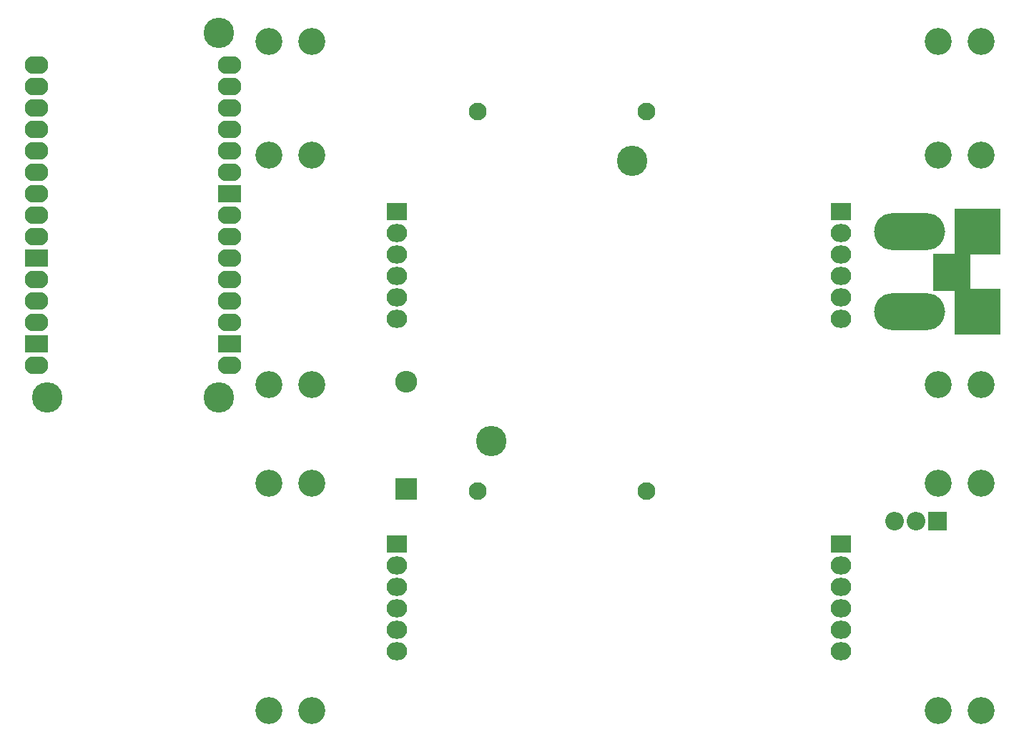
<source format=gbs>
G04 #@! TF.FileFunction,Soldermask,Bot*
%FSLAX46Y46*%
G04 Gerber Fmt 4.6, Leading zero omitted, Abs format (unit mm)*
G04 Created by KiCad (PCBNEW 4.0.4-stable) date 12/10/17 00:47:25*
%MOMM*%
%LPD*%
G01*
G04 APERTURE LIST*
%ADD10C,0.250000*%
%ADD11C,3.600000*%
%ADD12C,2.100000*%
%ADD13R,2.600000X2.600000*%
%ADD14O,2.600000X2.600000*%
%ADD15O,8.400000X4.400000*%
%ADD16R,5.400000X5.400000*%
%ADD17R,4.400000X4.400000*%
%ADD18O,2.432000X2.127200*%
%ADD19R,2.432000X2.127200*%
%ADD20C,3.200000*%
%ADD21R,2.200000X2.200000*%
%ADD22O,2.200000X2.200000*%
%ADD23O,2.800000X2.100000*%
%ADD24R,2.800000X2.100000*%
G04 APERTURE END LIST*
D10*
D11*
X128840000Y-115650000D03*
X145480000Y-82470000D03*
D12*
X127160000Y-121560000D03*
X147160000Y-121560000D03*
X147160000Y-76560000D03*
X127160000Y-76560000D03*
D13*
X118745000Y-121285000D03*
D14*
X118745000Y-108585000D03*
D15*
X178340000Y-100330000D03*
D16*
X186340000Y-100330000D03*
D17*
X183340000Y-95630000D03*
D18*
X117625000Y-101175000D03*
X117625000Y-98635000D03*
X117625000Y-96095000D03*
X117625000Y-93555000D03*
X117625000Y-91015000D03*
D19*
X117625000Y-88475000D03*
D20*
X102455980Y-68336160D03*
X107535980Y-68336160D03*
X102453440Y-81798160D03*
X107533440Y-81798160D03*
X102453440Y-108976160D03*
X107533440Y-108976160D03*
X102453440Y-120660160D03*
X107533440Y-120660160D03*
X102453440Y-147584160D03*
X107533440Y-147584160D03*
X181701440Y-68336160D03*
X186781440Y-68336160D03*
X181701440Y-81798160D03*
X186781440Y-81798160D03*
X181701440Y-108976160D03*
X186781440Y-108976160D03*
X181701440Y-120660160D03*
X186781440Y-120660160D03*
X181701440Y-147584160D03*
X186781440Y-147584160D03*
D18*
X117625000Y-140550000D03*
X117625000Y-138010000D03*
X117625000Y-135470000D03*
X117625000Y-132930000D03*
X117625000Y-130390000D03*
D19*
X117625000Y-127850000D03*
D18*
X170200000Y-101175000D03*
X170200000Y-98635000D03*
X170200000Y-96095000D03*
X170200000Y-93555000D03*
X170200000Y-91015000D03*
D19*
X170200000Y-88475000D03*
D18*
X170200000Y-140525000D03*
X170200000Y-137985000D03*
X170200000Y-135445000D03*
X170200000Y-132905000D03*
X170200000Y-130365000D03*
D19*
X170200000Y-127825000D03*
D21*
X181610000Y-125095000D03*
D22*
X179070000Y-125095000D03*
X176530000Y-125095000D03*
D23*
X74930000Y-71120000D03*
D24*
X97790000Y-104140000D03*
D23*
X74930000Y-73660000D03*
X97790000Y-101600000D03*
X74930000Y-76200000D03*
X97790000Y-99060000D03*
X74930000Y-78740000D03*
X97790000Y-96520000D03*
X74930000Y-81280000D03*
X97790000Y-93980000D03*
X74930000Y-83820000D03*
X97790000Y-91440000D03*
X74930000Y-86360000D03*
X97790000Y-88900000D03*
X74930000Y-88900000D03*
D24*
X97790000Y-86360000D03*
D23*
X74930000Y-91440000D03*
X97790000Y-83820000D03*
D24*
X74930000Y-93980000D03*
D23*
X97790000Y-81280000D03*
X74930000Y-96520000D03*
X97790000Y-78740000D03*
X74930000Y-99060000D03*
X97790000Y-76200000D03*
X74930000Y-101600000D03*
X97790000Y-73660000D03*
D24*
X74930000Y-104140000D03*
D23*
X97790000Y-71120000D03*
X74930000Y-106680000D03*
X97790000Y-106680000D03*
D11*
X96520000Y-67310000D03*
X96520000Y-110490000D03*
X76200000Y-110490000D03*
D15*
X178340000Y-90805000D03*
D16*
X186340000Y-90805000D03*
M02*

</source>
